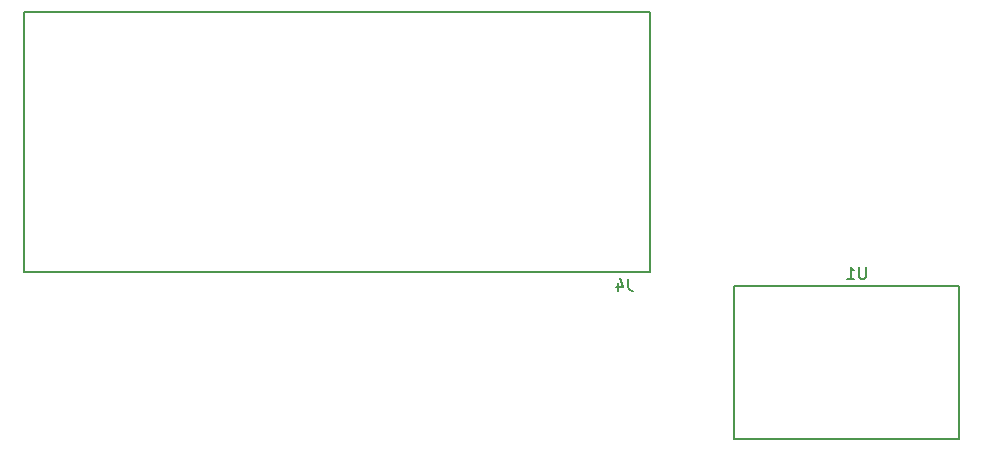
<source format=gbo>
G04 #@! TF.GenerationSoftware,KiCad,Pcbnew,5.0.2-bee76a0~70~ubuntu18.04.1*
G04 #@! TF.CreationDate,2019-05-02T23:38:40-04:00*
G04 #@! TF.ProjectId,DR_InterfaceBoard,44525f49-6e74-4657-9266-616365426f61,rev?*
G04 #@! TF.SameCoordinates,Original*
G04 #@! TF.FileFunction,Legend,Bot*
G04 #@! TF.FilePolarity,Positive*
%FSLAX46Y46*%
G04 Gerber Fmt 4.6, Leading zero omitted, Abs format (unit mm)*
G04 Created by KiCad (PCBNEW 5.0.2-bee76a0~70~ubuntu18.04.1) date Thu 02 May 2019 11:38:40 PM EDT*
%MOMM*%
%LPD*%
G01*
G04 APERTURE LIST*
%ADD10C,0.150000*%
G04 APERTURE END LIST*
D10*
G04 #@! TO.C,J4*
X89566000Y-36657000D02*
X36566000Y-36657000D01*
X36566000Y-36657000D02*
X36566000Y-58657000D01*
X36566000Y-58657000D02*
X89566000Y-58657000D01*
X89566000Y-58657000D02*
X89566000Y-36657000D01*
G04 #@! TO.C,U1*
X115695000Y-59849000D02*
X115695000Y-61849000D01*
X96695000Y-59849000D02*
X115695000Y-59849000D01*
X96695000Y-72849000D02*
X96695000Y-59849000D01*
X115695000Y-72849000D02*
X96695000Y-72849000D01*
X115695000Y-61849000D02*
X115695000Y-72849000D01*
G04 #@! TO.C,J4*
X87709333Y-59269380D02*
X87709333Y-59983666D01*
X87756952Y-60126523D01*
X87852190Y-60221761D01*
X87995047Y-60269380D01*
X88090285Y-60269380D01*
X86804571Y-59602714D02*
X86804571Y-60269380D01*
X87042666Y-59221761D02*
X87280761Y-59936047D01*
X86661714Y-59936047D01*
G04 #@! TO.C,U1*
X107822904Y-58253380D02*
X107822904Y-59062904D01*
X107775285Y-59158142D01*
X107727666Y-59205761D01*
X107632428Y-59253380D01*
X107441952Y-59253380D01*
X107346714Y-59205761D01*
X107299095Y-59158142D01*
X107251476Y-59062904D01*
X107251476Y-58253380D01*
X106251476Y-59253380D02*
X106822904Y-59253380D01*
X106537190Y-59253380D02*
X106537190Y-58253380D01*
X106632428Y-58396238D01*
X106727666Y-58491476D01*
X106822904Y-58539095D01*
G04 #@! TD*
M02*

</source>
